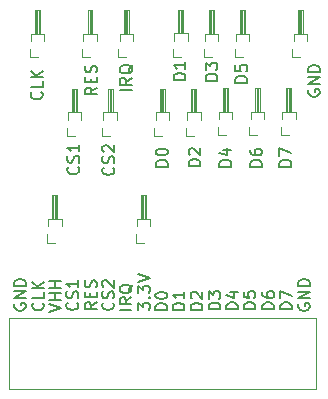
<source format=gto>
G04 #@! TF.GenerationSoftware,KiCad,Pcbnew,(5.1.5)-3*
G04 #@! TF.CreationDate,2021-02-19T13:32:03+01:00*
G04 #@! TF.ProjectId,ndsbreakoutboard,6e647362-7265-4616-9b6f-7574626f6172,1.0*
G04 #@! TF.SameCoordinates,Original*
G04 #@! TF.FileFunction,Legend,Top*
G04 #@! TF.FilePolarity,Positive*
%FSLAX46Y46*%
G04 Gerber Fmt 4.6, Leading zero omitted, Abs format (unit mm)*
G04 Created by KiCad (PCBNEW (5.1.5)-3) date 2021-02-19 13:32:03*
%MOMM*%
%LPD*%
G04 APERTURE LIST*
%ADD10C,0.150000*%
%ADD11C,0.120000*%
G04 APERTURE END LIST*
D10*
X108702380Y-84963095D02*
X107702380Y-84963095D01*
X107702380Y-84725000D01*
X107750000Y-84582142D01*
X107845238Y-84486904D01*
X107940476Y-84439285D01*
X108130952Y-84391666D01*
X108273809Y-84391666D01*
X108464285Y-84439285D01*
X108559523Y-84486904D01*
X108654761Y-84582142D01*
X108702380Y-84725000D01*
X108702380Y-84963095D01*
X107702380Y-84058333D02*
X107702380Y-83391666D01*
X108702380Y-83820238D01*
X107202380Y-84963095D02*
X106202380Y-84963095D01*
X106202380Y-84725000D01*
X106250000Y-84582142D01*
X106345238Y-84486904D01*
X106440476Y-84439285D01*
X106630952Y-84391666D01*
X106773809Y-84391666D01*
X106964285Y-84439285D01*
X107059523Y-84486904D01*
X107154761Y-84582142D01*
X107202380Y-84725000D01*
X107202380Y-84963095D01*
X106202380Y-83534523D02*
X106202380Y-83725000D01*
X106250000Y-83820238D01*
X106297619Y-83867857D01*
X106440476Y-83963095D01*
X106630952Y-84010714D01*
X107011904Y-84010714D01*
X107107142Y-83963095D01*
X107154761Y-83915476D01*
X107202380Y-83820238D01*
X107202380Y-83629761D01*
X107154761Y-83534523D01*
X107107142Y-83486904D01*
X107011904Y-83439285D01*
X106773809Y-83439285D01*
X106678571Y-83486904D01*
X106630952Y-83534523D01*
X106583333Y-83629761D01*
X106583333Y-83820238D01*
X106630952Y-83915476D01*
X106678571Y-83963095D01*
X106773809Y-84010714D01*
X105627380Y-84963095D02*
X104627380Y-84963095D01*
X104627380Y-84725000D01*
X104675000Y-84582142D01*
X104770238Y-84486904D01*
X104865476Y-84439285D01*
X105055952Y-84391666D01*
X105198809Y-84391666D01*
X105389285Y-84439285D01*
X105484523Y-84486904D01*
X105579761Y-84582142D01*
X105627380Y-84725000D01*
X105627380Y-84963095D01*
X104627380Y-83486904D02*
X104627380Y-83963095D01*
X105103571Y-84010714D01*
X105055952Y-83963095D01*
X105008333Y-83867857D01*
X105008333Y-83629761D01*
X105055952Y-83534523D01*
X105103571Y-83486904D01*
X105198809Y-83439285D01*
X105436904Y-83439285D01*
X105532142Y-83486904D01*
X105579761Y-83534523D01*
X105627380Y-83629761D01*
X105627380Y-83867857D01*
X105579761Y-83963095D01*
X105532142Y-84010714D01*
X104152380Y-84963095D02*
X103152380Y-84963095D01*
X103152380Y-84725000D01*
X103200000Y-84582142D01*
X103295238Y-84486904D01*
X103390476Y-84439285D01*
X103580952Y-84391666D01*
X103723809Y-84391666D01*
X103914285Y-84439285D01*
X104009523Y-84486904D01*
X104104761Y-84582142D01*
X104152380Y-84725000D01*
X104152380Y-84963095D01*
X103485714Y-83534523D02*
X104152380Y-83534523D01*
X103104761Y-83772619D02*
X103819047Y-84010714D01*
X103819047Y-83391666D01*
X102652380Y-84988095D02*
X101652380Y-84988095D01*
X101652380Y-84750000D01*
X101700000Y-84607142D01*
X101795238Y-84511904D01*
X101890476Y-84464285D01*
X102080952Y-84416666D01*
X102223809Y-84416666D01*
X102414285Y-84464285D01*
X102509523Y-84511904D01*
X102604761Y-84607142D01*
X102652380Y-84750000D01*
X102652380Y-84988095D01*
X101652380Y-84083333D02*
X101652380Y-83464285D01*
X102033333Y-83797619D01*
X102033333Y-83654761D01*
X102080952Y-83559523D01*
X102128571Y-83511904D01*
X102223809Y-83464285D01*
X102461904Y-83464285D01*
X102557142Y-83511904D01*
X102604761Y-83559523D01*
X102652380Y-83654761D01*
X102652380Y-83940476D01*
X102604761Y-84035714D01*
X102557142Y-84083333D01*
X101127380Y-85013095D02*
X100127380Y-85013095D01*
X100127380Y-84775000D01*
X100175000Y-84632142D01*
X100270238Y-84536904D01*
X100365476Y-84489285D01*
X100555952Y-84441666D01*
X100698809Y-84441666D01*
X100889285Y-84489285D01*
X100984523Y-84536904D01*
X101079761Y-84632142D01*
X101127380Y-84775000D01*
X101127380Y-85013095D01*
X100222619Y-84060714D02*
X100175000Y-84013095D01*
X100127380Y-83917857D01*
X100127380Y-83679761D01*
X100175000Y-83584523D01*
X100222619Y-83536904D01*
X100317857Y-83489285D01*
X100413095Y-83489285D01*
X100555952Y-83536904D01*
X101127380Y-84108333D01*
X101127380Y-83489285D01*
X99602380Y-85013095D02*
X98602380Y-85013095D01*
X98602380Y-84775000D01*
X98650000Y-84632142D01*
X98745238Y-84536904D01*
X98840476Y-84489285D01*
X99030952Y-84441666D01*
X99173809Y-84441666D01*
X99364285Y-84489285D01*
X99459523Y-84536904D01*
X99554761Y-84632142D01*
X99602380Y-84775000D01*
X99602380Y-85013095D01*
X99602380Y-83489285D02*
X99602380Y-84060714D01*
X99602380Y-83775000D02*
X98602380Y-83775000D01*
X98745238Y-83870238D01*
X98840476Y-83965476D01*
X98888095Y-84060714D01*
X98152380Y-85038095D02*
X97152380Y-85038095D01*
X97152380Y-84800000D01*
X97200000Y-84657142D01*
X97295238Y-84561904D01*
X97390476Y-84514285D01*
X97580952Y-84466666D01*
X97723809Y-84466666D01*
X97914285Y-84514285D01*
X98009523Y-84561904D01*
X98104761Y-84657142D01*
X98152380Y-84800000D01*
X98152380Y-85038095D01*
X97152380Y-83847619D02*
X97152380Y-83752380D01*
X97200000Y-83657142D01*
X97247619Y-83609523D01*
X97342857Y-83561904D01*
X97533333Y-83514285D01*
X97771428Y-83514285D01*
X97961904Y-83561904D01*
X98057142Y-83609523D01*
X98104761Y-83657142D01*
X98152380Y-83752380D01*
X98152380Y-83847619D01*
X98104761Y-83942857D01*
X98057142Y-83990476D01*
X97961904Y-84038095D01*
X97771428Y-84085714D01*
X97533333Y-84085714D01*
X97342857Y-84038095D01*
X97247619Y-83990476D01*
X97200000Y-83942857D01*
X97152380Y-83847619D01*
X95702380Y-85026190D02*
X95702380Y-84407142D01*
X96083333Y-84740476D01*
X96083333Y-84597619D01*
X96130952Y-84502380D01*
X96178571Y-84454761D01*
X96273809Y-84407142D01*
X96511904Y-84407142D01*
X96607142Y-84454761D01*
X96654761Y-84502380D01*
X96702380Y-84597619D01*
X96702380Y-84883333D01*
X96654761Y-84978571D01*
X96607142Y-85026190D01*
X96607142Y-83978571D02*
X96654761Y-83930952D01*
X96702380Y-83978571D01*
X96654761Y-84026190D01*
X96607142Y-83978571D01*
X96702380Y-83978571D01*
X95702380Y-83597619D02*
X95702380Y-82978571D01*
X96083333Y-83311904D01*
X96083333Y-83169047D01*
X96130952Y-83073809D01*
X96178571Y-83026190D01*
X96273809Y-82978571D01*
X96511904Y-82978571D01*
X96607142Y-83026190D01*
X96654761Y-83073809D01*
X96702380Y-83169047D01*
X96702380Y-83454761D01*
X96654761Y-83550000D01*
X96607142Y-83597619D01*
X95702380Y-82692857D02*
X96702380Y-82359523D01*
X95702380Y-82026190D01*
X95127380Y-85023809D02*
X94127380Y-85023809D01*
X95127380Y-83976190D02*
X94651190Y-84309523D01*
X95127380Y-84547619D02*
X94127380Y-84547619D01*
X94127380Y-84166666D01*
X94175000Y-84071428D01*
X94222619Y-84023809D01*
X94317857Y-83976190D01*
X94460714Y-83976190D01*
X94555952Y-84023809D01*
X94603571Y-84071428D01*
X94651190Y-84166666D01*
X94651190Y-84547619D01*
X95222619Y-82880952D02*
X95175000Y-82976190D01*
X95079761Y-83071428D01*
X94936904Y-83214285D01*
X94889285Y-83309523D01*
X94889285Y-83404761D01*
X95127380Y-83357142D02*
X95079761Y-83452380D01*
X94984523Y-83547619D01*
X94794047Y-83595238D01*
X94460714Y-83595238D01*
X94270238Y-83547619D01*
X94175000Y-83452380D01*
X94127380Y-83357142D01*
X94127380Y-83166666D01*
X94175000Y-83071428D01*
X94270238Y-82976190D01*
X94460714Y-82928571D01*
X94794047Y-82928571D01*
X94984523Y-82976190D01*
X95079761Y-83071428D01*
X95127380Y-83166666D01*
X95127380Y-83357142D01*
X93557142Y-84417857D02*
X93604761Y-84465476D01*
X93652380Y-84608333D01*
X93652380Y-84703571D01*
X93604761Y-84846428D01*
X93509523Y-84941666D01*
X93414285Y-84989285D01*
X93223809Y-85036904D01*
X93080952Y-85036904D01*
X92890476Y-84989285D01*
X92795238Y-84941666D01*
X92700000Y-84846428D01*
X92652380Y-84703571D01*
X92652380Y-84608333D01*
X92700000Y-84465476D01*
X92747619Y-84417857D01*
X93604761Y-84036904D02*
X93652380Y-83894047D01*
X93652380Y-83655952D01*
X93604761Y-83560714D01*
X93557142Y-83513095D01*
X93461904Y-83465476D01*
X93366666Y-83465476D01*
X93271428Y-83513095D01*
X93223809Y-83560714D01*
X93176190Y-83655952D01*
X93128571Y-83846428D01*
X93080952Y-83941666D01*
X93033333Y-83989285D01*
X92938095Y-84036904D01*
X92842857Y-84036904D01*
X92747619Y-83989285D01*
X92700000Y-83941666D01*
X92652380Y-83846428D01*
X92652380Y-83608333D01*
X92700000Y-83465476D01*
X92747619Y-83084523D02*
X92700000Y-83036904D01*
X92652380Y-82941666D01*
X92652380Y-82703571D01*
X92700000Y-82608333D01*
X92747619Y-82560714D01*
X92842857Y-82513095D01*
X92938095Y-82513095D01*
X93080952Y-82560714D01*
X93652380Y-83132142D01*
X93652380Y-82513095D01*
X92177380Y-84394047D02*
X91701190Y-84727380D01*
X92177380Y-84965476D02*
X91177380Y-84965476D01*
X91177380Y-84584523D01*
X91225000Y-84489285D01*
X91272619Y-84441666D01*
X91367857Y-84394047D01*
X91510714Y-84394047D01*
X91605952Y-84441666D01*
X91653571Y-84489285D01*
X91701190Y-84584523D01*
X91701190Y-84965476D01*
X91653571Y-83965476D02*
X91653571Y-83632142D01*
X92177380Y-83489285D02*
X92177380Y-83965476D01*
X91177380Y-83965476D01*
X91177380Y-83489285D01*
X92129761Y-83108333D02*
X92177380Y-82965476D01*
X92177380Y-82727380D01*
X92129761Y-82632142D01*
X92082142Y-82584523D01*
X91986904Y-82536904D01*
X91891666Y-82536904D01*
X91796428Y-82584523D01*
X91748809Y-82632142D01*
X91701190Y-82727380D01*
X91653571Y-82917857D01*
X91605952Y-83013095D01*
X91558333Y-83060714D01*
X91463095Y-83108333D01*
X91367857Y-83108333D01*
X91272619Y-83060714D01*
X91225000Y-83013095D01*
X91177380Y-82917857D01*
X91177380Y-82679761D01*
X91225000Y-82536904D01*
X90532142Y-84417857D02*
X90579761Y-84465476D01*
X90627380Y-84608333D01*
X90627380Y-84703571D01*
X90579761Y-84846428D01*
X90484523Y-84941666D01*
X90389285Y-84989285D01*
X90198809Y-85036904D01*
X90055952Y-85036904D01*
X89865476Y-84989285D01*
X89770238Y-84941666D01*
X89675000Y-84846428D01*
X89627380Y-84703571D01*
X89627380Y-84608333D01*
X89675000Y-84465476D01*
X89722619Y-84417857D01*
X90579761Y-84036904D02*
X90627380Y-83894047D01*
X90627380Y-83655952D01*
X90579761Y-83560714D01*
X90532142Y-83513095D01*
X90436904Y-83465476D01*
X90341666Y-83465476D01*
X90246428Y-83513095D01*
X90198809Y-83560714D01*
X90151190Y-83655952D01*
X90103571Y-83846428D01*
X90055952Y-83941666D01*
X90008333Y-83989285D01*
X89913095Y-84036904D01*
X89817857Y-84036904D01*
X89722619Y-83989285D01*
X89675000Y-83941666D01*
X89627380Y-83846428D01*
X89627380Y-83608333D01*
X89675000Y-83465476D01*
X90627380Y-82513095D02*
X90627380Y-83084523D01*
X90627380Y-82798809D02*
X89627380Y-82798809D01*
X89770238Y-82894047D01*
X89865476Y-82989285D01*
X89913095Y-83084523D01*
X88149180Y-85200952D02*
X89149180Y-84867619D01*
X88149180Y-84534285D01*
X89149180Y-84200952D02*
X88149180Y-84200952D01*
X88625371Y-84200952D02*
X88625371Y-83629523D01*
X89149180Y-83629523D02*
X88149180Y-83629523D01*
X89149180Y-83153333D02*
X88149180Y-83153333D01*
X88625371Y-83153333D02*
X88625371Y-82581904D01*
X89149180Y-82581904D02*
X88149180Y-82581904D01*
X87607142Y-84445238D02*
X87654761Y-84492857D01*
X87702380Y-84635714D01*
X87702380Y-84730952D01*
X87654761Y-84873809D01*
X87559523Y-84969047D01*
X87464285Y-85016666D01*
X87273809Y-85064285D01*
X87130952Y-85064285D01*
X86940476Y-85016666D01*
X86845238Y-84969047D01*
X86750000Y-84873809D01*
X86702380Y-84730952D01*
X86702380Y-84635714D01*
X86750000Y-84492857D01*
X86797619Y-84445238D01*
X87702380Y-83540476D02*
X87702380Y-84016666D01*
X86702380Y-84016666D01*
X87702380Y-83207142D02*
X86702380Y-83207142D01*
X87702380Y-82635714D02*
X87130952Y-83064285D01*
X86702380Y-82635714D02*
X87273809Y-83207142D01*
X109275000Y-84518404D02*
X109227380Y-84613642D01*
X109227380Y-84756500D01*
X109275000Y-84899357D01*
X109370238Y-84994595D01*
X109465476Y-85042214D01*
X109655952Y-85089833D01*
X109798809Y-85089833D01*
X109989285Y-85042214D01*
X110084523Y-84994595D01*
X110179761Y-84899357D01*
X110227380Y-84756500D01*
X110227380Y-84661261D01*
X110179761Y-84518404D01*
X110132142Y-84470785D01*
X109798809Y-84470785D01*
X109798809Y-84661261D01*
X110227380Y-84042214D02*
X109227380Y-84042214D01*
X110227380Y-83470785D01*
X109227380Y-83470785D01*
X110227380Y-82994595D02*
X109227380Y-82994595D01*
X109227380Y-82756500D01*
X109275000Y-82613642D01*
X109370238Y-82518404D01*
X109465476Y-82470785D01*
X109655952Y-82423166D01*
X109798809Y-82423166D01*
X109989285Y-82470785D01*
X110084523Y-82518404D01*
X110179761Y-82613642D01*
X110227380Y-82756500D01*
X110227380Y-82994595D01*
X85225000Y-84511904D02*
X85177380Y-84607142D01*
X85177380Y-84750000D01*
X85225000Y-84892857D01*
X85320238Y-84988095D01*
X85415476Y-85035714D01*
X85605952Y-85083333D01*
X85748809Y-85083333D01*
X85939285Y-85035714D01*
X86034523Y-84988095D01*
X86129761Y-84892857D01*
X86177380Y-84750000D01*
X86177380Y-84654761D01*
X86129761Y-84511904D01*
X86082142Y-84464285D01*
X85748809Y-84464285D01*
X85748809Y-84654761D01*
X86177380Y-84035714D02*
X85177380Y-84035714D01*
X86177380Y-83464285D01*
X85177380Y-83464285D01*
X86177380Y-82988095D02*
X85177380Y-82988095D01*
X85177380Y-82750000D01*
X85225000Y-82607142D01*
X85320238Y-82511904D01*
X85415476Y-82464285D01*
X85605952Y-82416666D01*
X85748809Y-82416666D01*
X85939285Y-82464285D01*
X86034523Y-82511904D01*
X86129761Y-82607142D01*
X86177380Y-82750000D01*
X86177380Y-82988095D01*
D11*
X84770001Y-85705000D02*
X84770001Y-91705000D01*
X84770001Y-91705000D02*
X110720001Y-91705000D01*
X110720001Y-91705000D02*
X110720001Y-85755000D01*
X110720001Y-85755000D02*
X84720001Y-85755000D01*
X108863200Y-62281600D02*
X108863200Y-61656600D01*
X108863200Y-61656600D02*
X109983200Y-61656600D01*
X109983200Y-61656600D02*
X109983200Y-62281600D01*
X109213200Y-61656600D02*
X109213200Y-59656600D01*
X109213200Y-59656600D02*
X109633200Y-59656600D01*
X109633200Y-59656600D02*
X109633200Y-61656600D01*
X109273200Y-61656600D02*
X109273200Y-59656600D01*
X109393200Y-61656600D02*
X109393200Y-59656600D01*
X109513200Y-61656600D02*
X109513200Y-59656600D01*
X109423200Y-63651600D02*
X108738200Y-63651600D01*
X108738200Y-63651600D02*
X108738200Y-62966600D01*
X86513200Y-63651600D02*
X86513200Y-62966600D01*
X87198200Y-63651600D02*
X86513200Y-63651600D01*
X87288200Y-61656600D02*
X87288200Y-59656600D01*
X87168200Y-61656600D02*
X87168200Y-59656600D01*
X87048200Y-61656600D02*
X87048200Y-59656600D01*
X87408200Y-59656600D02*
X87408200Y-61656600D01*
X86988200Y-59656600D02*
X87408200Y-59656600D01*
X86988200Y-61656600D02*
X86988200Y-59656600D01*
X87758200Y-61656600D02*
X87758200Y-62281600D01*
X86638200Y-61656600D02*
X87758200Y-61656600D01*
X86638200Y-62281600D02*
X86638200Y-61656600D01*
X89762400Y-68911000D02*
X89762400Y-68286000D01*
X89762400Y-68286000D02*
X90882400Y-68286000D01*
X90882400Y-68286000D02*
X90882400Y-68911000D01*
X90112400Y-68286000D02*
X90112400Y-66286000D01*
X90112400Y-66286000D02*
X90532400Y-66286000D01*
X90532400Y-66286000D02*
X90532400Y-68286000D01*
X90172400Y-68286000D02*
X90172400Y-66286000D01*
X90292400Y-68286000D02*
X90292400Y-66286000D01*
X90412400Y-68286000D02*
X90412400Y-66286000D01*
X90322400Y-70281000D02*
X89637400Y-70281000D01*
X89637400Y-70281000D02*
X89637400Y-69596000D01*
X90932800Y-63651600D02*
X90932800Y-62966600D01*
X91617800Y-63651600D02*
X90932800Y-63651600D01*
X91707800Y-61656600D02*
X91707800Y-59656600D01*
X91587800Y-61656600D02*
X91587800Y-59656600D01*
X91467800Y-61656600D02*
X91467800Y-59656600D01*
X91827800Y-59656600D02*
X91827800Y-61656600D01*
X91407800Y-59656600D02*
X91827800Y-59656600D01*
X91407800Y-61656600D02*
X91407800Y-59656600D01*
X92177800Y-61656600D02*
X92177800Y-62281600D01*
X91057800Y-61656600D02*
X92177800Y-61656600D01*
X91057800Y-62281600D02*
X91057800Y-61656600D01*
X92759600Y-68911000D02*
X92759600Y-68286000D01*
X92759600Y-68286000D02*
X93879600Y-68286000D01*
X93879600Y-68286000D02*
X93879600Y-68911000D01*
X93109600Y-68286000D02*
X93109600Y-66286000D01*
X93109600Y-66286000D02*
X93529600Y-66286000D01*
X93529600Y-66286000D02*
X93529600Y-68286000D01*
X93169600Y-68286000D02*
X93169600Y-66286000D01*
X93289600Y-68286000D02*
X93289600Y-66286000D01*
X93409600Y-68286000D02*
X93409600Y-66286000D01*
X93319600Y-70281000D02*
X92634600Y-70281000D01*
X92634600Y-70281000D02*
X92634600Y-69596000D01*
X94006200Y-63651600D02*
X94006200Y-62966600D01*
X94691200Y-63651600D02*
X94006200Y-63651600D01*
X94781200Y-61656600D02*
X94781200Y-59656600D01*
X94661200Y-61656600D02*
X94661200Y-59656600D01*
X94541200Y-61656600D02*
X94541200Y-59656600D01*
X94901200Y-59656600D02*
X94901200Y-61656600D01*
X94481200Y-59656600D02*
X94901200Y-59656600D01*
X94481200Y-61656600D02*
X94481200Y-59656600D01*
X95251200Y-61656600D02*
X95251200Y-62281600D01*
X94131200Y-61656600D02*
X95251200Y-61656600D01*
X94131200Y-62281600D02*
X94131200Y-61656600D01*
X97179200Y-68911000D02*
X97179200Y-68286000D01*
X97179200Y-68286000D02*
X98299200Y-68286000D01*
X98299200Y-68286000D02*
X98299200Y-68911000D01*
X97529200Y-68286000D02*
X97529200Y-66286000D01*
X97529200Y-66286000D02*
X97949200Y-66286000D01*
X97949200Y-66286000D02*
X97949200Y-68286000D01*
X97589200Y-68286000D02*
X97589200Y-66286000D01*
X97709200Y-68286000D02*
X97709200Y-66286000D01*
X97829200Y-68286000D02*
X97829200Y-66286000D01*
X97739200Y-70281000D02*
X97054200Y-70281000D01*
X97054200Y-70281000D02*
X97054200Y-69596000D01*
X98629000Y-63600800D02*
X98629000Y-62915800D01*
X99314000Y-63600800D02*
X98629000Y-63600800D01*
X99404000Y-61605800D02*
X99404000Y-59605800D01*
X99284000Y-61605800D02*
X99284000Y-59605800D01*
X99164000Y-61605800D02*
X99164000Y-59605800D01*
X99524000Y-59605800D02*
X99524000Y-61605800D01*
X99104000Y-59605800D02*
X99524000Y-59605800D01*
X99104000Y-61605800D02*
X99104000Y-59605800D01*
X99874000Y-61605800D02*
X99874000Y-62230800D01*
X98754000Y-61605800D02*
X99874000Y-61605800D01*
X98754000Y-62230800D02*
X98754000Y-61605800D01*
X99858900Y-68911000D02*
X99858900Y-68286000D01*
X99858900Y-68286000D02*
X100978900Y-68286000D01*
X100978900Y-68286000D02*
X100978900Y-68911000D01*
X100208900Y-68286000D02*
X100208900Y-66286000D01*
X100208900Y-66286000D02*
X100628900Y-66286000D01*
X100628900Y-66286000D02*
X100628900Y-68286000D01*
X100268900Y-68286000D02*
X100268900Y-66286000D01*
X100388900Y-68286000D02*
X100388900Y-66286000D01*
X100508900Y-68286000D02*
X100508900Y-66286000D01*
X100418900Y-70281000D02*
X99733900Y-70281000D01*
X99733900Y-70281000D02*
X99733900Y-69596000D01*
X101245200Y-63651600D02*
X101245200Y-62966600D01*
X101930200Y-63651600D02*
X101245200Y-63651600D01*
X102020200Y-61656600D02*
X102020200Y-59656600D01*
X101900200Y-61656600D02*
X101900200Y-59656600D01*
X101780200Y-61656600D02*
X101780200Y-59656600D01*
X102140200Y-59656600D02*
X102140200Y-61656600D01*
X101720200Y-59656600D02*
X102140200Y-59656600D01*
X101720200Y-61656600D02*
X101720200Y-59656600D01*
X102490200Y-61656600D02*
X102490200Y-62281600D01*
X101370200Y-61656600D02*
X102490200Y-61656600D01*
X101370200Y-62281600D02*
X101370200Y-61656600D01*
X102538600Y-68860200D02*
X102538600Y-68235200D01*
X102538600Y-68235200D02*
X103658600Y-68235200D01*
X103658600Y-68235200D02*
X103658600Y-68860200D01*
X102888600Y-68235200D02*
X102888600Y-66235200D01*
X102888600Y-66235200D02*
X103308600Y-66235200D01*
X103308600Y-66235200D02*
X103308600Y-68235200D01*
X102948600Y-68235200D02*
X102948600Y-66235200D01*
X103068600Y-68235200D02*
X103068600Y-66235200D01*
X103188600Y-68235200D02*
X103188600Y-66235200D01*
X103098600Y-70230200D02*
X102413600Y-70230200D01*
X102413600Y-70230200D02*
X102413600Y-69545200D01*
X103861400Y-63651600D02*
X103861400Y-62966600D01*
X104546400Y-63651600D02*
X103861400Y-63651600D01*
X104636400Y-61656600D02*
X104636400Y-59656600D01*
X104516400Y-61656600D02*
X104516400Y-59656600D01*
X104396400Y-61656600D02*
X104396400Y-59656600D01*
X104756400Y-59656600D02*
X104756400Y-61656600D01*
X104336400Y-59656600D02*
X104756400Y-59656600D01*
X104336400Y-61656600D02*
X104336400Y-59656600D01*
X105106400Y-61656600D02*
X105106400Y-62281600D01*
X103986400Y-61656600D02*
X105106400Y-61656600D01*
X103986400Y-62281600D02*
X103986400Y-61656600D01*
X105218300Y-68860200D02*
X105218300Y-68235200D01*
X105218300Y-68235200D02*
X106338300Y-68235200D01*
X106338300Y-68235200D02*
X106338300Y-68860200D01*
X105568300Y-68235200D02*
X105568300Y-66235200D01*
X105568300Y-66235200D02*
X105988300Y-66235200D01*
X105988300Y-66235200D02*
X105988300Y-68235200D01*
X105628300Y-68235200D02*
X105628300Y-66235200D01*
X105748300Y-68235200D02*
X105748300Y-66235200D01*
X105868300Y-68235200D02*
X105868300Y-66235200D01*
X105778300Y-70230200D02*
X105093300Y-70230200D01*
X105093300Y-70230200D02*
X105093300Y-69545200D01*
X107773000Y-70230200D02*
X107773000Y-69545200D01*
X108458000Y-70230200D02*
X107773000Y-70230200D01*
X108548000Y-68235200D02*
X108548000Y-66235200D01*
X108428000Y-68235200D02*
X108428000Y-66235200D01*
X108308000Y-68235200D02*
X108308000Y-66235200D01*
X108668000Y-66235200D02*
X108668000Y-68235200D01*
X108248000Y-66235200D02*
X108668000Y-66235200D01*
X108248000Y-68235200D02*
X108248000Y-66235200D01*
X109018000Y-68235200D02*
X109018000Y-68860200D01*
X107898000Y-68235200D02*
X109018000Y-68235200D01*
X107898000Y-68860200D02*
X107898000Y-68235200D01*
X88086000Y-77953400D02*
X88086000Y-77328400D01*
X88086000Y-77328400D02*
X89206000Y-77328400D01*
X89206000Y-77328400D02*
X89206000Y-77953400D01*
X88436000Y-77328400D02*
X88436000Y-75328400D01*
X88436000Y-75328400D02*
X88856000Y-75328400D01*
X88856000Y-75328400D02*
X88856000Y-77328400D01*
X88496000Y-77328400D02*
X88496000Y-75328400D01*
X88616000Y-77328400D02*
X88616000Y-75328400D01*
X88736000Y-77328400D02*
X88736000Y-75328400D01*
X88646000Y-79323400D02*
X87961000Y-79323400D01*
X87961000Y-79323400D02*
X87961000Y-78638400D01*
X95604400Y-77953400D02*
X95604400Y-77328400D01*
X95604400Y-77328400D02*
X96724400Y-77328400D01*
X96724400Y-77328400D02*
X96724400Y-77953400D01*
X95954400Y-77328400D02*
X95954400Y-75328400D01*
X95954400Y-75328400D02*
X96374400Y-75328400D01*
X96374400Y-75328400D02*
X96374400Y-77328400D01*
X96014400Y-77328400D02*
X96014400Y-75328400D01*
X96134400Y-77328400D02*
X96134400Y-75328400D01*
X96254400Y-77328400D02*
X96254400Y-75328400D01*
X96164400Y-79323400D02*
X95479400Y-79323400D01*
X95479400Y-79323400D02*
X95479400Y-78638400D01*
D10*
X110117000Y-66395504D02*
X110069380Y-66490742D01*
X110069380Y-66633600D01*
X110117000Y-66776457D01*
X110212238Y-66871695D01*
X110307476Y-66919314D01*
X110497952Y-66966933D01*
X110640809Y-66966933D01*
X110831285Y-66919314D01*
X110926523Y-66871695D01*
X111021761Y-66776457D01*
X111069380Y-66633600D01*
X111069380Y-66538361D01*
X111021761Y-66395504D01*
X110974142Y-66347885D01*
X110640809Y-66347885D01*
X110640809Y-66538361D01*
X111069380Y-65919314D02*
X110069380Y-65919314D01*
X111069380Y-65347885D01*
X110069380Y-65347885D01*
X111069380Y-64871695D02*
X110069380Y-64871695D01*
X110069380Y-64633600D01*
X110117000Y-64490742D01*
X110212238Y-64395504D01*
X110307476Y-64347885D01*
X110497952Y-64300266D01*
X110640809Y-64300266D01*
X110831285Y-64347885D01*
X110926523Y-64395504D01*
X111021761Y-64490742D01*
X111069380Y-64633600D01*
X111069380Y-64871695D01*
X87504542Y-66584438D02*
X87552161Y-66632057D01*
X87599780Y-66774914D01*
X87599780Y-66870152D01*
X87552161Y-67013009D01*
X87456923Y-67108247D01*
X87361685Y-67155866D01*
X87171209Y-67203485D01*
X87028352Y-67203485D01*
X86837876Y-67155866D01*
X86742638Y-67108247D01*
X86647400Y-67013009D01*
X86599780Y-66870152D01*
X86599780Y-66774914D01*
X86647400Y-66632057D01*
X86695019Y-66584438D01*
X87599780Y-65679676D02*
X87599780Y-66155866D01*
X86599780Y-66155866D01*
X87599780Y-65346342D02*
X86599780Y-65346342D01*
X87599780Y-64774914D02*
X87028352Y-65203485D01*
X86599780Y-64774914D02*
X87171209Y-65346342D01*
X90603342Y-72931257D02*
X90650961Y-72978876D01*
X90698580Y-73121733D01*
X90698580Y-73216971D01*
X90650961Y-73359828D01*
X90555723Y-73455066D01*
X90460485Y-73502685D01*
X90270009Y-73550304D01*
X90127152Y-73550304D01*
X89936676Y-73502685D01*
X89841438Y-73455066D01*
X89746200Y-73359828D01*
X89698580Y-73216971D01*
X89698580Y-73121733D01*
X89746200Y-72978876D01*
X89793819Y-72931257D01*
X90650961Y-72550304D02*
X90698580Y-72407447D01*
X90698580Y-72169352D01*
X90650961Y-72074114D01*
X90603342Y-72026495D01*
X90508104Y-71978876D01*
X90412866Y-71978876D01*
X90317628Y-72026495D01*
X90270009Y-72074114D01*
X90222390Y-72169352D01*
X90174771Y-72359828D01*
X90127152Y-72455066D01*
X90079533Y-72502685D01*
X89984295Y-72550304D01*
X89889057Y-72550304D01*
X89793819Y-72502685D01*
X89746200Y-72455066D01*
X89698580Y-72359828D01*
X89698580Y-72121733D01*
X89746200Y-71978876D01*
X90698580Y-71026495D02*
X90698580Y-71597923D01*
X90698580Y-71312209D02*
X89698580Y-71312209D01*
X89841438Y-71407447D01*
X89936676Y-71502685D01*
X89984295Y-71597923D01*
X92197180Y-66201847D02*
X91720990Y-66535180D01*
X92197180Y-66773276D02*
X91197180Y-66773276D01*
X91197180Y-66392323D01*
X91244800Y-66297085D01*
X91292419Y-66249466D01*
X91387657Y-66201847D01*
X91530514Y-66201847D01*
X91625752Y-66249466D01*
X91673371Y-66297085D01*
X91720990Y-66392323D01*
X91720990Y-66773276D01*
X91673371Y-65773276D02*
X91673371Y-65439942D01*
X92197180Y-65297085D02*
X92197180Y-65773276D01*
X91197180Y-65773276D01*
X91197180Y-65297085D01*
X92149561Y-64916133D02*
X92197180Y-64773276D01*
X92197180Y-64535180D01*
X92149561Y-64439942D01*
X92101942Y-64392323D01*
X92006704Y-64344704D01*
X91911466Y-64344704D01*
X91816228Y-64392323D01*
X91768609Y-64439942D01*
X91720990Y-64535180D01*
X91673371Y-64725657D01*
X91625752Y-64820895D01*
X91578133Y-64868514D01*
X91482895Y-64916133D01*
X91387657Y-64916133D01*
X91292419Y-64868514D01*
X91244800Y-64820895D01*
X91197180Y-64725657D01*
X91197180Y-64487561D01*
X91244800Y-64344704D01*
X93575142Y-72982057D02*
X93622761Y-73029676D01*
X93670380Y-73172533D01*
X93670380Y-73267771D01*
X93622761Y-73410628D01*
X93527523Y-73505866D01*
X93432285Y-73553485D01*
X93241809Y-73601104D01*
X93098952Y-73601104D01*
X92908476Y-73553485D01*
X92813238Y-73505866D01*
X92718000Y-73410628D01*
X92670380Y-73267771D01*
X92670380Y-73172533D01*
X92718000Y-73029676D01*
X92765619Y-72982057D01*
X93622761Y-72601104D02*
X93670380Y-72458247D01*
X93670380Y-72220152D01*
X93622761Y-72124914D01*
X93575142Y-72077295D01*
X93479904Y-72029676D01*
X93384666Y-72029676D01*
X93289428Y-72077295D01*
X93241809Y-72124914D01*
X93194190Y-72220152D01*
X93146571Y-72410628D01*
X93098952Y-72505866D01*
X93051333Y-72553485D01*
X92956095Y-72601104D01*
X92860857Y-72601104D01*
X92765619Y-72553485D01*
X92718000Y-72505866D01*
X92670380Y-72410628D01*
X92670380Y-72172533D01*
X92718000Y-72029676D01*
X92765619Y-71648723D02*
X92718000Y-71601104D01*
X92670380Y-71505866D01*
X92670380Y-71267771D01*
X92718000Y-71172533D01*
X92765619Y-71124914D01*
X92860857Y-71077295D01*
X92956095Y-71077295D01*
X93098952Y-71124914D01*
X93670380Y-71696342D01*
X93670380Y-71077295D01*
X95143580Y-66428809D02*
X94143580Y-66428809D01*
X95143580Y-65381190D02*
X94667390Y-65714523D01*
X95143580Y-65952619D02*
X94143580Y-65952619D01*
X94143580Y-65571666D01*
X94191200Y-65476428D01*
X94238819Y-65428809D01*
X94334057Y-65381190D01*
X94476914Y-65381190D01*
X94572152Y-65428809D01*
X94619771Y-65476428D01*
X94667390Y-65571666D01*
X94667390Y-65952619D01*
X95238819Y-64285952D02*
X95191200Y-64381190D01*
X95095961Y-64476428D01*
X94953104Y-64619285D01*
X94905485Y-64714523D01*
X94905485Y-64809761D01*
X95143580Y-64762142D02*
X95095961Y-64857380D01*
X95000723Y-64952619D01*
X94810247Y-65000238D01*
X94476914Y-65000238D01*
X94286438Y-64952619D01*
X94191200Y-64857380D01*
X94143580Y-64762142D01*
X94143580Y-64571666D01*
X94191200Y-64476428D01*
X94286438Y-64381190D01*
X94476914Y-64333571D01*
X94810247Y-64333571D01*
X95000723Y-64381190D01*
X95095961Y-64476428D01*
X95143580Y-64571666D01*
X95143580Y-64762142D01*
X98191580Y-72899495D02*
X97191580Y-72899495D01*
X97191580Y-72661400D01*
X97239200Y-72518542D01*
X97334438Y-72423304D01*
X97429676Y-72375685D01*
X97620152Y-72328066D01*
X97763009Y-72328066D01*
X97953485Y-72375685D01*
X98048723Y-72423304D01*
X98143961Y-72518542D01*
X98191580Y-72661400D01*
X98191580Y-72899495D01*
X97191580Y-71709019D02*
X97191580Y-71613780D01*
X97239200Y-71518542D01*
X97286819Y-71470923D01*
X97382057Y-71423304D01*
X97572533Y-71375685D01*
X97810628Y-71375685D01*
X98001104Y-71423304D01*
X98096342Y-71470923D01*
X98143961Y-71518542D01*
X98191580Y-71613780D01*
X98191580Y-71709019D01*
X98143961Y-71804257D01*
X98096342Y-71851876D01*
X98001104Y-71899495D01*
X97810628Y-71947114D01*
X97572533Y-71947114D01*
X97382057Y-71899495D01*
X97286819Y-71851876D01*
X97239200Y-71804257D01*
X97191580Y-71709019D01*
X99690180Y-65558895D02*
X98690180Y-65558895D01*
X98690180Y-65320800D01*
X98737800Y-65177942D01*
X98833038Y-65082704D01*
X98928276Y-65035085D01*
X99118752Y-64987466D01*
X99261609Y-64987466D01*
X99452085Y-65035085D01*
X99547323Y-65082704D01*
X99642561Y-65177942D01*
X99690180Y-65320800D01*
X99690180Y-65558895D01*
X99690180Y-64035085D02*
X99690180Y-64606514D01*
X99690180Y-64320800D02*
X98690180Y-64320800D01*
X98833038Y-64416038D01*
X98928276Y-64511276D01*
X98975895Y-64606514D01*
X100960180Y-72848695D02*
X99960180Y-72848695D01*
X99960180Y-72610600D01*
X100007800Y-72467742D01*
X100103038Y-72372504D01*
X100198276Y-72324885D01*
X100388752Y-72277266D01*
X100531609Y-72277266D01*
X100722085Y-72324885D01*
X100817323Y-72372504D01*
X100912561Y-72467742D01*
X100960180Y-72610600D01*
X100960180Y-72848695D01*
X100055419Y-71896314D02*
X100007800Y-71848695D01*
X99960180Y-71753457D01*
X99960180Y-71515361D01*
X100007800Y-71420123D01*
X100055419Y-71372504D01*
X100150657Y-71324885D01*
X100245895Y-71324885D01*
X100388752Y-71372504D01*
X100960180Y-71943933D01*
X100960180Y-71324885D01*
X102407980Y-65609695D02*
X101407980Y-65609695D01*
X101407980Y-65371600D01*
X101455600Y-65228742D01*
X101550838Y-65133504D01*
X101646076Y-65085885D01*
X101836552Y-65038266D01*
X101979409Y-65038266D01*
X102169885Y-65085885D01*
X102265123Y-65133504D01*
X102360361Y-65228742D01*
X102407980Y-65371600D01*
X102407980Y-65609695D01*
X101407980Y-64704933D02*
X101407980Y-64085885D01*
X101788933Y-64419219D01*
X101788933Y-64276361D01*
X101836552Y-64181123D01*
X101884171Y-64133504D01*
X101979409Y-64085885D01*
X102217504Y-64085885D01*
X102312742Y-64133504D01*
X102360361Y-64181123D01*
X102407980Y-64276361D01*
X102407980Y-64562076D01*
X102360361Y-64657314D01*
X102312742Y-64704933D01*
X103576380Y-72899495D02*
X102576380Y-72899495D01*
X102576380Y-72661400D01*
X102624000Y-72518542D01*
X102719238Y-72423304D01*
X102814476Y-72375685D01*
X103004952Y-72328066D01*
X103147809Y-72328066D01*
X103338285Y-72375685D01*
X103433523Y-72423304D01*
X103528761Y-72518542D01*
X103576380Y-72661400D01*
X103576380Y-72899495D01*
X102909714Y-71470923D02*
X103576380Y-71470923D01*
X102528761Y-71709019D02*
X103243047Y-71947114D01*
X103243047Y-71328066D01*
X104922580Y-65787495D02*
X103922580Y-65787495D01*
X103922580Y-65549400D01*
X103970200Y-65406542D01*
X104065438Y-65311304D01*
X104160676Y-65263685D01*
X104351152Y-65216066D01*
X104494009Y-65216066D01*
X104684485Y-65263685D01*
X104779723Y-65311304D01*
X104874961Y-65406542D01*
X104922580Y-65549400D01*
X104922580Y-65787495D01*
X103922580Y-64311304D02*
X103922580Y-64787495D01*
X104398771Y-64835114D01*
X104351152Y-64787495D01*
X104303533Y-64692257D01*
X104303533Y-64454161D01*
X104351152Y-64358923D01*
X104398771Y-64311304D01*
X104494009Y-64263685D01*
X104732104Y-64263685D01*
X104827342Y-64311304D01*
X104874961Y-64358923D01*
X104922580Y-64454161D01*
X104922580Y-64692257D01*
X104874961Y-64787495D01*
X104827342Y-64835114D01*
X106167180Y-72899495D02*
X105167180Y-72899495D01*
X105167180Y-72661400D01*
X105214800Y-72518542D01*
X105310038Y-72423304D01*
X105405276Y-72375685D01*
X105595752Y-72328066D01*
X105738609Y-72328066D01*
X105929085Y-72375685D01*
X106024323Y-72423304D01*
X106119561Y-72518542D01*
X106167180Y-72661400D01*
X106167180Y-72899495D01*
X105167180Y-71470923D02*
X105167180Y-71661400D01*
X105214800Y-71756638D01*
X105262419Y-71804257D01*
X105405276Y-71899495D01*
X105595752Y-71947114D01*
X105976704Y-71947114D01*
X106071942Y-71899495D01*
X106119561Y-71851876D01*
X106167180Y-71756638D01*
X106167180Y-71566161D01*
X106119561Y-71470923D01*
X106071942Y-71423304D01*
X105976704Y-71375685D01*
X105738609Y-71375685D01*
X105643371Y-71423304D01*
X105595752Y-71470923D01*
X105548133Y-71566161D01*
X105548133Y-71756638D01*
X105595752Y-71851876D01*
X105643371Y-71899495D01*
X105738609Y-71947114D01*
X108656380Y-72899495D02*
X107656380Y-72899495D01*
X107656380Y-72661400D01*
X107704000Y-72518542D01*
X107799238Y-72423304D01*
X107894476Y-72375685D01*
X108084952Y-72328066D01*
X108227809Y-72328066D01*
X108418285Y-72375685D01*
X108513523Y-72423304D01*
X108608761Y-72518542D01*
X108656380Y-72661400D01*
X108656380Y-72899495D01*
X107656380Y-71994733D02*
X107656380Y-71328066D01*
X108656380Y-71756638D01*
M02*

</source>
